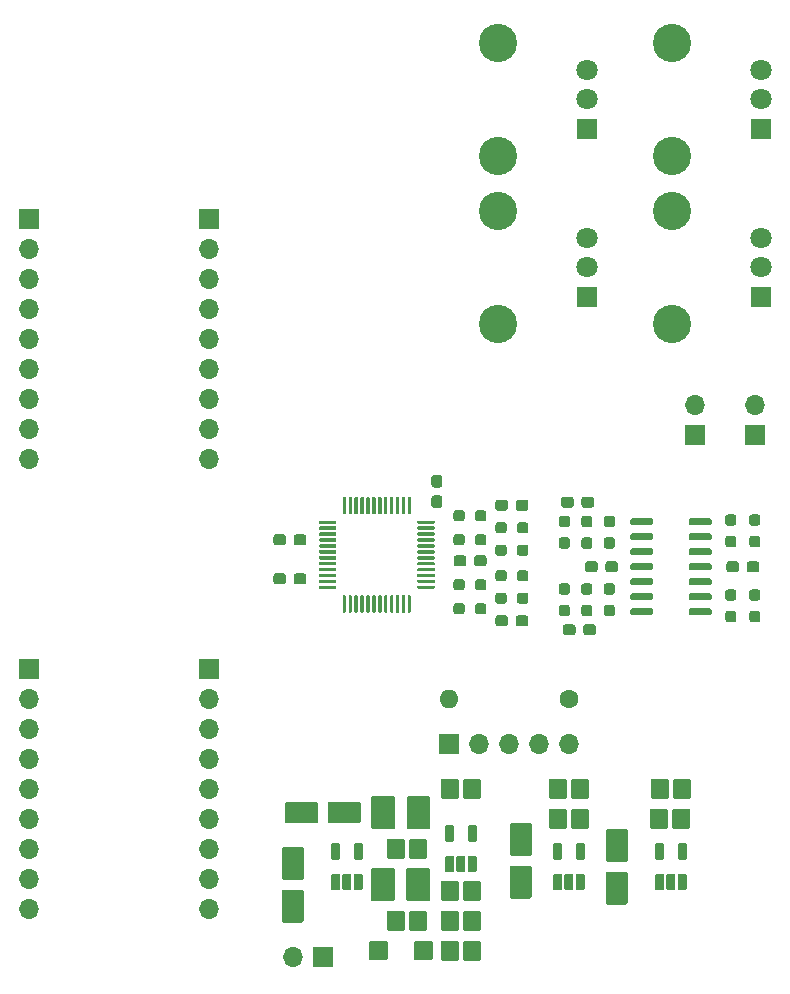
<source format=gbr>
G04 #@! TF.GenerationSoftware,KiCad,Pcbnew,5.1.7*
G04 #@! TF.CreationDate,2020-11-09T12:46:37+01:00*
G04 #@! TF.ProjectId,signal_generator,7369676e-616c-45f6-9765-6e657261746f,rev?*
G04 #@! TF.SameCoordinates,Original*
G04 #@! TF.FileFunction,Soldermask,Top*
G04 #@! TF.FilePolarity,Negative*
%FSLAX46Y46*%
G04 Gerber Fmt 4.6, Leading zero omitted, Abs format (unit mm)*
G04 Created by KiCad (PCBNEW 5.1.7) date 2020-11-09 12:46:37*
%MOMM*%
%LPD*%
G01*
G04 APERTURE LIST*
%ADD10O,1.600000X1.600000*%
%ADD11C,1.600000*%
%ADD12O,1.700000X1.700000*%
%ADD13R,1.700000X1.700000*%
%ADD14C,3.240000*%
%ADD15C,1.800000*%
%ADD16R,1.800000X1.800000*%
G04 APERTURE END LIST*
D10*
X230632000Y-113284000D03*
D11*
X240792000Y-113284000D03*
G36*
G01*
X254270500Y-99485000D02*
X254745500Y-99485000D01*
G75*
G02*
X254983000Y-99722500I0J-237500D01*
G01*
X254983000Y-100222500D01*
G75*
G02*
X254745500Y-100460000I-237500J0D01*
G01*
X254270500Y-100460000D01*
G75*
G02*
X254033000Y-100222500I0J237500D01*
G01*
X254033000Y-99722500D01*
G75*
G02*
X254270500Y-99485000I237500J0D01*
G01*
G37*
G36*
G01*
X254270500Y-97660000D02*
X254745500Y-97660000D01*
G75*
G02*
X254983000Y-97897500I0J-237500D01*
G01*
X254983000Y-98397500D01*
G75*
G02*
X254745500Y-98635000I-237500J0D01*
G01*
X254270500Y-98635000D01*
G75*
G02*
X254033000Y-98397500I0J237500D01*
G01*
X254033000Y-97897500D01*
G75*
G02*
X254270500Y-97660000I237500J0D01*
G01*
G37*
G36*
G01*
X254745500Y-104985000D02*
X254270500Y-104985000D01*
G75*
G02*
X254033000Y-104747500I0J237500D01*
G01*
X254033000Y-104247500D01*
G75*
G02*
X254270500Y-104010000I237500J0D01*
G01*
X254745500Y-104010000D01*
G75*
G02*
X254983000Y-104247500I0J-237500D01*
G01*
X254983000Y-104747500D01*
G75*
G02*
X254745500Y-104985000I-237500J0D01*
G01*
G37*
G36*
G01*
X254745500Y-106810000D02*
X254270500Y-106810000D01*
G75*
G02*
X254033000Y-106572500I0J237500D01*
G01*
X254033000Y-106072500D01*
G75*
G02*
X254270500Y-105835000I237500J0D01*
G01*
X254745500Y-105835000D01*
G75*
G02*
X254983000Y-106072500I0J-237500D01*
G01*
X254983000Y-106572500D01*
G75*
G02*
X254745500Y-106810000I-237500J0D01*
G01*
G37*
G36*
G01*
X244458500Y-104477000D02*
X243983500Y-104477000D01*
G75*
G02*
X243746000Y-104239500I0J237500D01*
G01*
X243746000Y-103739500D01*
G75*
G02*
X243983500Y-103502000I237500J0D01*
G01*
X244458500Y-103502000D01*
G75*
G02*
X244696000Y-103739500I0J-237500D01*
G01*
X244696000Y-104239500D01*
G75*
G02*
X244458500Y-104477000I-237500J0D01*
G01*
G37*
G36*
G01*
X244458500Y-106302000D02*
X243983500Y-106302000D01*
G75*
G02*
X243746000Y-106064500I0J237500D01*
G01*
X243746000Y-105564500D01*
G75*
G02*
X243983500Y-105327000I237500J0D01*
G01*
X244458500Y-105327000D01*
G75*
G02*
X244696000Y-105564500I0J-237500D01*
G01*
X244696000Y-106064500D01*
G75*
G02*
X244458500Y-106302000I-237500J0D01*
G01*
G37*
G36*
G01*
X243983500Y-99612000D02*
X244458500Y-99612000D01*
G75*
G02*
X244696000Y-99849500I0J-237500D01*
G01*
X244696000Y-100349500D01*
G75*
G02*
X244458500Y-100587000I-237500J0D01*
G01*
X243983500Y-100587000D01*
G75*
G02*
X243746000Y-100349500I0J237500D01*
G01*
X243746000Y-99849500D01*
G75*
G02*
X243983500Y-99612000I237500J0D01*
G01*
G37*
G36*
G01*
X243983500Y-97787000D02*
X244458500Y-97787000D01*
G75*
G02*
X244696000Y-98024500I0J-237500D01*
G01*
X244696000Y-98524500D01*
G75*
G02*
X244458500Y-98762000I-237500J0D01*
G01*
X243983500Y-98762000D01*
G75*
G02*
X243746000Y-98524500I0J237500D01*
G01*
X243746000Y-98024500D01*
G75*
G02*
X243983500Y-97787000I237500J0D01*
G01*
G37*
G36*
G01*
X256777500Y-98635000D02*
X256302500Y-98635000D01*
G75*
G02*
X256065000Y-98397500I0J237500D01*
G01*
X256065000Y-97897500D01*
G75*
G02*
X256302500Y-97660000I237500J0D01*
G01*
X256777500Y-97660000D01*
G75*
G02*
X257015000Y-97897500I0J-237500D01*
G01*
X257015000Y-98397500D01*
G75*
G02*
X256777500Y-98635000I-237500J0D01*
G01*
G37*
G36*
G01*
X256777500Y-100460000D02*
X256302500Y-100460000D01*
G75*
G02*
X256065000Y-100222500I0J237500D01*
G01*
X256065000Y-99722500D01*
G75*
G02*
X256302500Y-99485000I237500J0D01*
G01*
X256777500Y-99485000D01*
G75*
G02*
X257015000Y-99722500I0J-237500D01*
G01*
X257015000Y-100222500D01*
G75*
G02*
X256777500Y-100460000I-237500J0D01*
G01*
G37*
G36*
G01*
X256302500Y-105835000D02*
X256777500Y-105835000D01*
G75*
G02*
X257015000Y-106072500I0J-237500D01*
G01*
X257015000Y-106572500D01*
G75*
G02*
X256777500Y-106810000I-237500J0D01*
G01*
X256302500Y-106810000D01*
G75*
G02*
X256065000Y-106572500I0J237500D01*
G01*
X256065000Y-106072500D01*
G75*
G02*
X256302500Y-105835000I237500J0D01*
G01*
G37*
G36*
G01*
X256302500Y-104010000D02*
X256777500Y-104010000D01*
G75*
G02*
X257015000Y-104247500I0J-237500D01*
G01*
X257015000Y-104747500D01*
G75*
G02*
X256777500Y-104985000I-237500J0D01*
G01*
X256302500Y-104985000D01*
G75*
G02*
X256065000Y-104747500I0J237500D01*
G01*
X256065000Y-104247500D01*
G75*
G02*
X256302500Y-104010000I237500J0D01*
G01*
G37*
G36*
G01*
X240173500Y-105327000D02*
X240648500Y-105327000D01*
G75*
G02*
X240886000Y-105564500I0J-237500D01*
G01*
X240886000Y-106064500D01*
G75*
G02*
X240648500Y-106302000I-237500J0D01*
G01*
X240173500Y-106302000D01*
G75*
G02*
X239936000Y-106064500I0J237500D01*
G01*
X239936000Y-105564500D01*
G75*
G02*
X240173500Y-105327000I237500J0D01*
G01*
G37*
G36*
G01*
X240173500Y-103502000D02*
X240648500Y-103502000D01*
G75*
G02*
X240886000Y-103739500I0J-237500D01*
G01*
X240886000Y-104239500D01*
G75*
G02*
X240648500Y-104477000I-237500J0D01*
G01*
X240173500Y-104477000D01*
G75*
G02*
X239936000Y-104239500I0J237500D01*
G01*
X239936000Y-103739500D01*
G75*
G02*
X240173500Y-103502000I237500J0D01*
G01*
G37*
G36*
G01*
X242078500Y-105327000D02*
X242553500Y-105327000D01*
G75*
G02*
X242791000Y-105564500I0J-237500D01*
G01*
X242791000Y-106064500D01*
G75*
G02*
X242553500Y-106302000I-237500J0D01*
G01*
X242078500Y-106302000D01*
G75*
G02*
X241841000Y-106064500I0J237500D01*
G01*
X241841000Y-105564500D01*
G75*
G02*
X242078500Y-105327000I237500J0D01*
G01*
G37*
G36*
G01*
X242078500Y-103502000D02*
X242553500Y-103502000D01*
G75*
G02*
X242791000Y-103739500I0J-237500D01*
G01*
X242791000Y-104239500D01*
G75*
G02*
X242553500Y-104477000I-237500J0D01*
G01*
X242078500Y-104477000D01*
G75*
G02*
X241841000Y-104239500I0J237500D01*
G01*
X241841000Y-103739500D01*
G75*
G02*
X242078500Y-103502000I237500J0D01*
G01*
G37*
G36*
G01*
X240648500Y-98762000D02*
X240173500Y-98762000D01*
G75*
G02*
X239936000Y-98524500I0J237500D01*
G01*
X239936000Y-98024500D01*
G75*
G02*
X240173500Y-97787000I237500J0D01*
G01*
X240648500Y-97787000D01*
G75*
G02*
X240886000Y-98024500I0J-237500D01*
G01*
X240886000Y-98524500D01*
G75*
G02*
X240648500Y-98762000I-237500J0D01*
G01*
G37*
G36*
G01*
X240648500Y-100587000D02*
X240173500Y-100587000D01*
G75*
G02*
X239936000Y-100349500I0J237500D01*
G01*
X239936000Y-99849500D01*
G75*
G02*
X240173500Y-99612000I237500J0D01*
G01*
X240648500Y-99612000D01*
G75*
G02*
X240886000Y-99849500I0J-237500D01*
G01*
X240886000Y-100349500D01*
G75*
G02*
X240648500Y-100587000I-237500J0D01*
G01*
G37*
G36*
G01*
X242553500Y-98762000D02*
X242078500Y-98762000D01*
G75*
G02*
X241841000Y-98524500I0J237500D01*
G01*
X241841000Y-98024500D01*
G75*
G02*
X242078500Y-97787000I237500J0D01*
G01*
X242553500Y-97787000D01*
G75*
G02*
X242791000Y-98024500I0J-237500D01*
G01*
X242791000Y-98524500D01*
G75*
G02*
X242553500Y-98762000I-237500J0D01*
G01*
G37*
G36*
G01*
X242553500Y-100587000D02*
X242078500Y-100587000D01*
G75*
G02*
X241841000Y-100349500I0J237500D01*
G01*
X241841000Y-99849500D01*
G75*
G02*
X242078500Y-99612000I237500J0D01*
G01*
X242553500Y-99612000D01*
G75*
G02*
X242791000Y-99849500I0J-237500D01*
G01*
X242791000Y-100349500D01*
G75*
G02*
X242553500Y-100587000I-237500J0D01*
G01*
G37*
G36*
G01*
X232835000Y-105901500D02*
X232835000Y-105426500D01*
G75*
G02*
X233072500Y-105189000I237500J0D01*
G01*
X233572500Y-105189000D01*
G75*
G02*
X233810000Y-105426500I0J-237500D01*
G01*
X233810000Y-105901500D01*
G75*
G02*
X233572500Y-106139000I-237500J0D01*
G01*
X233072500Y-106139000D01*
G75*
G02*
X232835000Y-105901500I0J237500D01*
G01*
G37*
G36*
G01*
X231010000Y-105901500D02*
X231010000Y-105426500D01*
G75*
G02*
X231247500Y-105189000I237500J0D01*
G01*
X231747500Y-105189000D01*
G75*
G02*
X231985000Y-105426500I0J-237500D01*
G01*
X231985000Y-105901500D01*
G75*
G02*
X231747500Y-106139000I-237500J0D01*
G01*
X231247500Y-106139000D01*
G75*
G02*
X231010000Y-105901500I0J237500D01*
G01*
G37*
G36*
G01*
X232835000Y-98027500D02*
X232835000Y-97552500D01*
G75*
G02*
X233072500Y-97315000I237500J0D01*
G01*
X233572500Y-97315000D01*
G75*
G02*
X233810000Y-97552500I0J-237500D01*
G01*
X233810000Y-98027500D01*
G75*
G02*
X233572500Y-98265000I-237500J0D01*
G01*
X233072500Y-98265000D01*
G75*
G02*
X232835000Y-98027500I0J237500D01*
G01*
G37*
G36*
G01*
X231010000Y-98027500D02*
X231010000Y-97552500D01*
G75*
G02*
X231247500Y-97315000I237500J0D01*
G01*
X231747500Y-97315000D01*
G75*
G02*
X231985000Y-97552500I0J-237500D01*
G01*
X231985000Y-98027500D01*
G75*
G02*
X231747500Y-98265000I-237500J0D01*
G01*
X231247500Y-98265000D01*
G75*
G02*
X231010000Y-98027500I0J237500D01*
G01*
G37*
G36*
G01*
X232835000Y-103869500D02*
X232835000Y-103394500D01*
G75*
G02*
X233072500Y-103157000I237500J0D01*
G01*
X233572500Y-103157000D01*
G75*
G02*
X233810000Y-103394500I0J-237500D01*
G01*
X233810000Y-103869500D01*
G75*
G02*
X233572500Y-104107000I-237500J0D01*
G01*
X233072500Y-104107000D01*
G75*
G02*
X232835000Y-103869500I0J237500D01*
G01*
G37*
G36*
G01*
X231010000Y-103869500D02*
X231010000Y-103394500D01*
G75*
G02*
X231247500Y-103157000I237500J0D01*
G01*
X231747500Y-103157000D01*
G75*
G02*
X231985000Y-103394500I0J-237500D01*
G01*
X231985000Y-103869500D01*
G75*
G02*
X231747500Y-104107000I-237500J0D01*
G01*
X231247500Y-104107000D01*
G75*
G02*
X231010000Y-103869500I0J237500D01*
G01*
G37*
G36*
G01*
X232835000Y-100059500D02*
X232835000Y-99584500D01*
G75*
G02*
X233072500Y-99347000I237500J0D01*
G01*
X233572500Y-99347000D01*
G75*
G02*
X233810000Y-99584500I0J-237500D01*
G01*
X233810000Y-100059500D01*
G75*
G02*
X233572500Y-100297000I-237500J0D01*
G01*
X233072500Y-100297000D01*
G75*
G02*
X232835000Y-100059500I0J237500D01*
G01*
G37*
G36*
G01*
X231010000Y-100059500D02*
X231010000Y-99584500D01*
G75*
G02*
X231247500Y-99347000I237500J0D01*
G01*
X231747500Y-99347000D01*
G75*
G02*
X231985000Y-99584500I0J-237500D01*
G01*
X231985000Y-100059500D01*
G75*
G02*
X231747500Y-100297000I-237500J0D01*
G01*
X231247500Y-100297000D01*
G75*
G02*
X231010000Y-100059500I0J237500D01*
G01*
G37*
G36*
G01*
X236391000Y-100948500D02*
X236391000Y-100473500D01*
G75*
G02*
X236628500Y-100236000I237500J0D01*
G01*
X237128500Y-100236000D01*
G75*
G02*
X237366000Y-100473500I0J-237500D01*
G01*
X237366000Y-100948500D01*
G75*
G02*
X237128500Y-101186000I-237500J0D01*
G01*
X236628500Y-101186000D01*
G75*
G02*
X236391000Y-100948500I0J237500D01*
G01*
G37*
G36*
G01*
X234566000Y-100948500D02*
X234566000Y-100473500D01*
G75*
G02*
X234803500Y-100236000I237500J0D01*
G01*
X235303500Y-100236000D01*
G75*
G02*
X235541000Y-100473500I0J-237500D01*
G01*
X235541000Y-100948500D01*
G75*
G02*
X235303500Y-101186000I-237500J0D01*
G01*
X234803500Y-101186000D01*
G75*
G02*
X234566000Y-100948500I0J237500D01*
G01*
G37*
G36*
G01*
X236391000Y-103107500D02*
X236391000Y-102632500D01*
G75*
G02*
X236628500Y-102395000I237500J0D01*
G01*
X237128500Y-102395000D01*
G75*
G02*
X237366000Y-102632500I0J-237500D01*
G01*
X237366000Y-103107500D01*
G75*
G02*
X237128500Y-103345000I-237500J0D01*
G01*
X236628500Y-103345000D01*
G75*
G02*
X236391000Y-103107500I0J237500D01*
G01*
G37*
G36*
G01*
X234566000Y-103107500D02*
X234566000Y-102632500D01*
G75*
G02*
X234803500Y-102395000I237500J0D01*
G01*
X235303500Y-102395000D01*
G75*
G02*
X235541000Y-102632500I0J-237500D01*
G01*
X235541000Y-103107500D01*
G75*
G02*
X235303500Y-103345000I-237500J0D01*
G01*
X234803500Y-103345000D01*
G75*
G02*
X234566000Y-103107500I0J237500D01*
G01*
G37*
G36*
G01*
X235541000Y-98568500D02*
X235541000Y-99043500D01*
G75*
G02*
X235303500Y-99281000I-237500J0D01*
G01*
X234803500Y-99281000D01*
G75*
G02*
X234566000Y-99043500I0J237500D01*
G01*
X234566000Y-98568500D01*
G75*
G02*
X234803500Y-98331000I237500J0D01*
G01*
X235303500Y-98331000D01*
G75*
G02*
X235541000Y-98568500I0J-237500D01*
G01*
G37*
G36*
G01*
X237366000Y-98568500D02*
X237366000Y-99043500D01*
G75*
G02*
X237128500Y-99281000I-237500J0D01*
G01*
X236628500Y-99281000D01*
G75*
G02*
X236391000Y-99043500I0J237500D01*
G01*
X236391000Y-98568500D01*
G75*
G02*
X236628500Y-98331000I237500J0D01*
G01*
X237128500Y-98331000D01*
G75*
G02*
X237366000Y-98568500I0J-237500D01*
G01*
G37*
G36*
G01*
X235541000Y-104537500D02*
X235541000Y-105012500D01*
G75*
G02*
X235303500Y-105250000I-237500J0D01*
G01*
X234803500Y-105250000D01*
G75*
G02*
X234566000Y-105012500I0J237500D01*
G01*
X234566000Y-104537500D01*
G75*
G02*
X234803500Y-104300000I237500J0D01*
G01*
X235303500Y-104300000D01*
G75*
G02*
X235541000Y-104537500I0J-237500D01*
G01*
G37*
G36*
G01*
X237366000Y-104537500D02*
X237366000Y-105012500D01*
G75*
G02*
X237128500Y-105250000I-237500J0D01*
G01*
X236628500Y-105250000D01*
G75*
G02*
X236391000Y-105012500I0J237500D01*
G01*
X236391000Y-104537500D01*
G75*
G02*
X236628500Y-104300000I237500J0D01*
G01*
X237128500Y-104300000D01*
G75*
G02*
X237366000Y-104537500I0J-237500D01*
G01*
G37*
G36*
G01*
X243235500Y-101870500D02*
X243235500Y-102345500D01*
G75*
G02*
X242998000Y-102583000I-237500J0D01*
G01*
X242398000Y-102583000D01*
G75*
G02*
X242160500Y-102345500I0J237500D01*
G01*
X242160500Y-101870500D01*
G75*
G02*
X242398000Y-101633000I237500J0D01*
G01*
X242998000Y-101633000D01*
G75*
G02*
X243235500Y-101870500I0J-237500D01*
G01*
G37*
G36*
G01*
X244960500Y-101870500D02*
X244960500Y-102345500D01*
G75*
G02*
X244723000Y-102583000I-237500J0D01*
G01*
X244123000Y-102583000D01*
G75*
G02*
X243885500Y-102345500I0J237500D01*
G01*
X243885500Y-101870500D01*
G75*
G02*
X244123000Y-101633000I237500J0D01*
G01*
X244723000Y-101633000D01*
G75*
G02*
X244960500Y-101870500I0J-237500D01*
G01*
G37*
G36*
G01*
X216845000Y-102886500D02*
X216845000Y-103361500D01*
G75*
G02*
X216607500Y-103599000I-237500J0D01*
G01*
X216007500Y-103599000D01*
G75*
G02*
X215770000Y-103361500I0J237500D01*
G01*
X215770000Y-102886500D01*
G75*
G02*
X216007500Y-102649000I237500J0D01*
G01*
X216607500Y-102649000D01*
G75*
G02*
X216845000Y-102886500I0J-237500D01*
G01*
G37*
G36*
G01*
X218570000Y-102886500D02*
X218570000Y-103361500D01*
G75*
G02*
X218332500Y-103599000I-237500J0D01*
G01*
X217732500Y-103599000D01*
G75*
G02*
X217495000Y-103361500I0J237500D01*
G01*
X217495000Y-102886500D01*
G75*
G02*
X217732500Y-102649000I237500J0D01*
G01*
X218332500Y-102649000D01*
G75*
G02*
X218570000Y-102886500I0J-237500D01*
G01*
G37*
G36*
G01*
X216845000Y-99584500D02*
X216845000Y-100059500D01*
G75*
G02*
X216607500Y-100297000I-237500J0D01*
G01*
X216007500Y-100297000D01*
G75*
G02*
X215770000Y-100059500I0J237500D01*
G01*
X215770000Y-99584500D01*
G75*
G02*
X216007500Y-99347000I237500J0D01*
G01*
X216607500Y-99347000D01*
G75*
G02*
X216845000Y-99584500I0J-237500D01*
G01*
G37*
G36*
G01*
X218570000Y-99584500D02*
X218570000Y-100059500D01*
G75*
G02*
X218332500Y-100297000I-237500J0D01*
G01*
X217732500Y-100297000D01*
G75*
G02*
X217495000Y-100059500I0J237500D01*
G01*
X217495000Y-99584500D01*
G75*
G02*
X217732500Y-99347000I237500J0D01*
G01*
X218332500Y-99347000D01*
G75*
G02*
X218570000Y-99584500I0J-237500D01*
G01*
G37*
G36*
G01*
X255199000Y-101870500D02*
X255199000Y-102345500D01*
G75*
G02*
X254961500Y-102583000I-237500J0D01*
G01*
X254361500Y-102583000D01*
G75*
G02*
X254124000Y-102345500I0J237500D01*
G01*
X254124000Y-101870500D01*
G75*
G02*
X254361500Y-101633000I237500J0D01*
G01*
X254961500Y-101633000D01*
G75*
G02*
X255199000Y-101870500I0J-237500D01*
G01*
G37*
G36*
G01*
X256924000Y-101870500D02*
X256924000Y-102345500D01*
G75*
G02*
X256686500Y-102583000I-237500J0D01*
G01*
X256086500Y-102583000D01*
G75*
G02*
X255849000Y-102345500I0J237500D01*
G01*
X255849000Y-101870500D01*
G75*
G02*
X256086500Y-101633000I237500J0D01*
G01*
X256686500Y-101633000D01*
G75*
G02*
X256924000Y-101870500I0J-237500D01*
G01*
G37*
G36*
G01*
X229853500Y-95407500D02*
X229378500Y-95407500D01*
G75*
G02*
X229141000Y-95170000I0J237500D01*
G01*
X229141000Y-94570000D01*
G75*
G02*
X229378500Y-94332500I237500J0D01*
G01*
X229853500Y-94332500D01*
G75*
G02*
X230091000Y-94570000I0J-237500D01*
G01*
X230091000Y-95170000D01*
G75*
G02*
X229853500Y-95407500I-237500J0D01*
G01*
G37*
G36*
G01*
X229853500Y-97132500D02*
X229378500Y-97132500D01*
G75*
G02*
X229141000Y-96895000I0J237500D01*
G01*
X229141000Y-96295000D01*
G75*
G02*
X229378500Y-96057500I237500J0D01*
G01*
X229853500Y-96057500D01*
G75*
G02*
X230091000Y-96295000I0J-237500D01*
G01*
X230091000Y-96895000D01*
G75*
G02*
X229853500Y-97132500I-237500J0D01*
G01*
G37*
G36*
G01*
X242006000Y-107679500D02*
X242006000Y-107204500D01*
G75*
G02*
X242243500Y-106967000I237500J0D01*
G01*
X242843500Y-106967000D01*
G75*
G02*
X243081000Y-107204500I0J-237500D01*
G01*
X243081000Y-107679500D01*
G75*
G02*
X242843500Y-107917000I-237500J0D01*
G01*
X242243500Y-107917000D01*
G75*
G02*
X242006000Y-107679500I0J237500D01*
G01*
G37*
G36*
G01*
X240281000Y-107679500D02*
X240281000Y-107204500D01*
G75*
G02*
X240518500Y-106967000I237500J0D01*
G01*
X241118500Y-106967000D01*
G75*
G02*
X241356000Y-107204500I0J-237500D01*
G01*
X241356000Y-107679500D01*
G75*
G02*
X241118500Y-107917000I-237500J0D01*
G01*
X240518500Y-107917000D01*
G75*
G02*
X240281000Y-107679500I0J237500D01*
G01*
G37*
G36*
G01*
X241853500Y-96884500D02*
X241853500Y-96409500D01*
G75*
G02*
X242091000Y-96172000I237500J0D01*
G01*
X242691000Y-96172000D01*
G75*
G02*
X242928500Y-96409500I0J-237500D01*
G01*
X242928500Y-96884500D01*
G75*
G02*
X242691000Y-97122000I-237500J0D01*
G01*
X242091000Y-97122000D01*
G75*
G02*
X241853500Y-96884500I0J237500D01*
G01*
G37*
G36*
G01*
X240128500Y-96884500D02*
X240128500Y-96409500D01*
G75*
G02*
X240366000Y-96172000I237500J0D01*
G01*
X240966000Y-96172000D01*
G75*
G02*
X241203500Y-96409500I0J-237500D01*
G01*
X241203500Y-96884500D01*
G75*
G02*
X240966000Y-97122000I-237500J0D01*
G01*
X240366000Y-97122000D01*
G75*
G02*
X240128500Y-96884500I0J237500D01*
G01*
G37*
G36*
G01*
X232760500Y-101837500D02*
X232760500Y-101362500D01*
G75*
G02*
X232998000Y-101125000I237500J0D01*
G01*
X233598000Y-101125000D01*
G75*
G02*
X233835500Y-101362500I0J-237500D01*
G01*
X233835500Y-101837500D01*
G75*
G02*
X233598000Y-102075000I-237500J0D01*
G01*
X232998000Y-102075000D01*
G75*
G02*
X232760500Y-101837500I0J237500D01*
G01*
G37*
G36*
G01*
X231035500Y-101837500D02*
X231035500Y-101362500D01*
G75*
G02*
X231273000Y-101125000I237500J0D01*
G01*
X231873000Y-101125000D01*
G75*
G02*
X232110500Y-101362500I0J-237500D01*
G01*
X232110500Y-101837500D01*
G75*
G02*
X231873000Y-102075000I-237500J0D01*
G01*
X231273000Y-102075000D01*
G75*
G02*
X231035500Y-101837500I0J237500D01*
G01*
G37*
G36*
G01*
X236291000Y-97138500D02*
X236291000Y-96663500D01*
G75*
G02*
X236528500Y-96426000I237500J0D01*
G01*
X237128500Y-96426000D01*
G75*
G02*
X237366000Y-96663500I0J-237500D01*
G01*
X237366000Y-97138500D01*
G75*
G02*
X237128500Y-97376000I-237500J0D01*
G01*
X236528500Y-97376000D01*
G75*
G02*
X236291000Y-97138500I0J237500D01*
G01*
G37*
G36*
G01*
X234566000Y-97138500D02*
X234566000Y-96663500D01*
G75*
G02*
X234803500Y-96426000I237500J0D01*
G01*
X235403500Y-96426000D01*
G75*
G02*
X235641000Y-96663500I0J-237500D01*
G01*
X235641000Y-97138500D01*
G75*
G02*
X235403500Y-97376000I-237500J0D01*
G01*
X234803500Y-97376000D01*
G75*
G02*
X234566000Y-97138500I0J237500D01*
G01*
G37*
G36*
G01*
X236291000Y-106917500D02*
X236291000Y-106442500D01*
G75*
G02*
X236528500Y-106205000I237500J0D01*
G01*
X237128500Y-106205000D01*
G75*
G02*
X237366000Y-106442500I0J-237500D01*
G01*
X237366000Y-106917500D01*
G75*
G02*
X237128500Y-107155000I-237500J0D01*
G01*
X236528500Y-107155000D01*
G75*
G02*
X236291000Y-106917500I0J237500D01*
G01*
G37*
G36*
G01*
X234566000Y-106917500D02*
X234566000Y-106442500D01*
G75*
G02*
X234803500Y-106205000I237500J0D01*
G01*
X235403500Y-106205000D01*
G75*
G02*
X235641000Y-106442500I0J-237500D01*
G01*
X235641000Y-106917500D01*
G75*
G02*
X235403500Y-107155000I-237500J0D01*
G01*
X234803500Y-107155000D01*
G75*
G02*
X234566000Y-106917500I0J237500D01*
G01*
G37*
G36*
G01*
X224144000Y-127630400D02*
X225944000Y-127630400D01*
G75*
G02*
X226045600Y-127732000I0J-101600D01*
G01*
X226045600Y-130332000D01*
G75*
G02*
X225944000Y-130433600I-101600J0D01*
G01*
X224144000Y-130433600D01*
G75*
G02*
X224042400Y-130332000I0J101600D01*
G01*
X224042400Y-127732000D01*
G75*
G02*
X224144000Y-127630400I101600J0D01*
G01*
G37*
G36*
G01*
X227144000Y-127630400D02*
X228944000Y-127630400D01*
G75*
G02*
X229045600Y-127732000I0J-101600D01*
G01*
X229045600Y-130332000D01*
G75*
G02*
X228944000Y-130433600I-101600J0D01*
G01*
X227144000Y-130433600D01*
G75*
G02*
X227042400Y-130332000I0J101600D01*
G01*
X227042400Y-127732000D01*
G75*
G02*
X227144000Y-127630400I101600J0D01*
G01*
G37*
G36*
G01*
X228968000Y-124337600D02*
X227168000Y-124337600D01*
G75*
G02*
X227066400Y-124236000I0J101600D01*
G01*
X227066400Y-121636000D01*
G75*
G02*
X227168000Y-121534400I101600J0D01*
G01*
X228968000Y-121534400D01*
G75*
G02*
X229069600Y-121636000I0J-101600D01*
G01*
X229069600Y-124236000D01*
G75*
G02*
X228968000Y-124337600I-101600J0D01*
G01*
G37*
G36*
G01*
X225968000Y-124337600D02*
X224168000Y-124337600D01*
G75*
G02*
X224066400Y-124236000I0J101600D01*
G01*
X224066400Y-121636000D01*
G75*
G02*
X224168000Y-121534400I101600J0D01*
G01*
X225968000Y-121534400D01*
G75*
G02*
X226069600Y-121636000I0J-101600D01*
G01*
X226069600Y-124236000D01*
G75*
G02*
X225968000Y-124337600I-101600J0D01*
G01*
G37*
G36*
G01*
X250928000Y-98448000D02*
X250928000Y-98148000D01*
G75*
G02*
X251078000Y-97998000I150000J0D01*
G01*
X252728000Y-97998000D01*
G75*
G02*
X252878000Y-98148000I0J-150000D01*
G01*
X252878000Y-98448000D01*
G75*
G02*
X252728000Y-98598000I-150000J0D01*
G01*
X251078000Y-98598000D01*
G75*
G02*
X250928000Y-98448000I0J150000D01*
G01*
G37*
G36*
G01*
X250928000Y-99718000D02*
X250928000Y-99418000D01*
G75*
G02*
X251078000Y-99268000I150000J0D01*
G01*
X252728000Y-99268000D01*
G75*
G02*
X252878000Y-99418000I0J-150000D01*
G01*
X252878000Y-99718000D01*
G75*
G02*
X252728000Y-99868000I-150000J0D01*
G01*
X251078000Y-99868000D01*
G75*
G02*
X250928000Y-99718000I0J150000D01*
G01*
G37*
G36*
G01*
X250928000Y-100988000D02*
X250928000Y-100688000D01*
G75*
G02*
X251078000Y-100538000I150000J0D01*
G01*
X252728000Y-100538000D01*
G75*
G02*
X252878000Y-100688000I0J-150000D01*
G01*
X252878000Y-100988000D01*
G75*
G02*
X252728000Y-101138000I-150000J0D01*
G01*
X251078000Y-101138000D01*
G75*
G02*
X250928000Y-100988000I0J150000D01*
G01*
G37*
G36*
G01*
X250928000Y-102258000D02*
X250928000Y-101958000D01*
G75*
G02*
X251078000Y-101808000I150000J0D01*
G01*
X252728000Y-101808000D01*
G75*
G02*
X252878000Y-101958000I0J-150000D01*
G01*
X252878000Y-102258000D01*
G75*
G02*
X252728000Y-102408000I-150000J0D01*
G01*
X251078000Y-102408000D01*
G75*
G02*
X250928000Y-102258000I0J150000D01*
G01*
G37*
G36*
G01*
X250928000Y-103528000D02*
X250928000Y-103228000D01*
G75*
G02*
X251078000Y-103078000I150000J0D01*
G01*
X252728000Y-103078000D01*
G75*
G02*
X252878000Y-103228000I0J-150000D01*
G01*
X252878000Y-103528000D01*
G75*
G02*
X252728000Y-103678000I-150000J0D01*
G01*
X251078000Y-103678000D01*
G75*
G02*
X250928000Y-103528000I0J150000D01*
G01*
G37*
G36*
G01*
X250928000Y-104798000D02*
X250928000Y-104498000D01*
G75*
G02*
X251078000Y-104348000I150000J0D01*
G01*
X252728000Y-104348000D01*
G75*
G02*
X252878000Y-104498000I0J-150000D01*
G01*
X252878000Y-104798000D01*
G75*
G02*
X252728000Y-104948000I-150000J0D01*
G01*
X251078000Y-104948000D01*
G75*
G02*
X250928000Y-104798000I0J150000D01*
G01*
G37*
G36*
G01*
X250928000Y-106068000D02*
X250928000Y-105768000D01*
G75*
G02*
X251078000Y-105618000I150000J0D01*
G01*
X252728000Y-105618000D01*
G75*
G02*
X252878000Y-105768000I0J-150000D01*
G01*
X252878000Y-106068000D01*
G75*
G02*
X252728000Y-106218000I-150000J0D01*
G01*
X251078000Y-106218000D01*
G75*
G02*
X250928000Y-106068000I0J150000D01*
G01*
G37*
G36*
G01*
X245978000Y-106068000D02*
X245978000Y-105768000D01*
G75*
G02*
X246128000Y-105618000I150000J0D01*
G01*
X247778000Y-105618000D01*
G75*
G02*
X247928000Y-105768000I0J-150000D01*
G01*
X247928000Y-106068000D01*
G75*
G02*
X247778000Y-106218000I-150000J0D01*
G01*
X246128000Y-106218000D01*
G75*
G02*
X245978000Y-106068000I0J150000D01*
G01*
G37*
G36*
G01*
X245978000Y-104798000D02*
X245978000Y-104498000D01*
G75*
G02*
X246128000Y-104348000I150000J0D01*
G01*
X247778000Y-104348000D01*
G75*
G02*
X247928000Y-104498000I0J-150000D01*
G01*
X247928000Y-104798000D01*
G75*
G02*
X247778000Y-104948000I-150000J0D01*
G01*
X246128000Y-104948000D01*
G75*
G02*
X245978000Y-104798000I0J150000D01*
G01*
G37*
G36*
G01*
X245978000Y-103528000D02*
X245978000Y-103228000D01*
G75*
G02*
X246128000Y-103078000I150000J0D01*
G01*
X247778000Y-103078000D01*
G75*
G02*
X247928000Y-103228000I0J-150000D01*
G01*
X247928000Y-103528000D01*
G75*
G02*
X247778000Y-103678000I-150000J0D01*
G01*
X246128000Y-103678000D01*
G75*
G02*
X245978000Y-103528000I0J150000D01*
G01*
G37*
G36*
G01*
X245978000Y-102258000D02*
X245978000Y-101958000D01*
G75*
G02*
X246128000Y-101808000I150000J0D01*
G01*
X247778000Y-101808000D01*
G75*
G02*
X247928000Y-101958000I0J-150000D01*
G01*
X247928000Y-102258000D01*
G75*
G02*
X247778000Y-102408000I-150000J0D01*
G01*
X246128000Y-102408000D01*
G75*
G02*
X245978000Y-102258000I0J150000D01*
G01*
G37*
G36*
G01*
X245978000Y-100988000D02*
X245978000Y-100688000D01*
G75*
G02*
X246128000Y-100538000I150000J0D01*
G01*
X247778000Y-100538000D01*
G75*
G02*
X247928000Y-100688000I0J-150000D01*
G01*
X247928000Y-100988000D01*
G75*
G02*
X247778000Y-101138000I-150000J0D01*
G01*
X246128000Y-101138000D01*
G75*
G02*
X245978000Y-100988000I0J150000D01*
G01*
G37*
G36*
G01*
X245978000Y-99718000D02*
X245978000Y-99418000D01*
G75*
G02*
X246128000Y-99268000I150000J0D01*
G01*
X247778000Y-99268000D01*
G75*
G02*
X247928000Y-99418000I0J-150000D01*
G01*
X247928000Y-99718000D01*
G75*
G02*
X247778000Y-99868000I-150000J0D01*
G01*
X246128000Y-99868000D01*
G75*
G02*
X245978000Y-99718000I0J150000D01*
G01*
G37*
G36*
G01*
X245978000Y-98448000D02*
X245978000Y-98148000D01*
G75*
G02*
X246128000Y-97998000I150000J0D01*
G01*
X247778000Y-97998000D01*
G75*
G02*
X247928000Y-98148000I0J-150000D01*
G01*
X247928000Y-98448000D01*
G75*
G02*
X247778000Y-98598000I-150000J0D01*
G01*
X246128000Y-98598000D01*
G75*
G02*
X245978000Y-98448000I0J150000D01*
G01*
G37*
G36*
G01*
X248101400Y-126808000D02*
X248101400Y-125608000D01*
G75*
G02*
X248203000Y-125506400I101600J0D01*
G01*
X248753000Y-125506400D01*
G75*
G02*
X248854600Y-125608000I0J-101600D01*
G01*
X248854600Y-126808000D01*
G75*
G02*
X248753000Y-126909600I-101600J0D01*
G01*
X248203000Y-126909600D01*
G75*
G02*
X248101400Y-126808000I0J101600D01*
G01*
G37*
G36*
G01*
X250001400Y-126808000D02*
X250001400Y-125608000D01*
G75*
G02*
X250103000Y-125506400I101600J0D01*
G01*
X250653000Y-125506400D01*
G75*
G02*
X250754600Y-125608000I0J-101600D01*
G01*
X250754600Y-126808000D01*
G75*
G02*
X250653000Y-126909600I-101600J0D01*
G01*
X250103000Y-126909600D01*
G75*
G02*
X250001400Y-126808000I0J101600D01*
G01*
G37*
G36*
G01*
X250001400Y-129408000D02*
X250001400Y-128208000D01*
G75*
G02*
X250103000Y-128106400I101600J0D01*
G01*
X250653000Y-128106400D01*
G75*
G02*
X250754600Y-128208000I0J-101600D01*
G01*
X250754600Y-129408000D01*
G75*
G02*
X250653000Y-129509600I-101600J0D01*
G01*
X250103000Y-129509600D01*
G75*
G02*
X250001400Y-129408000I0J101600D01*
G01*
G37*
G36*
G01*
X249051400Y-129408000D02*
X249051400Y-128208000D01*
G75*
G02*
X249153000Y-128106400I101600J0D01*
G01*
X249703000Y-128106400D01*
G75*
G02*
X249804600Y-128208000I0J-101600D01*
G01*
X249804600Y-129408000D01*
G75*
G02*
X249703000Y-129509600I-101600J0D01*
G01*
X249153000Y-129509600D01*
G75*
G02*
X249051400Y-129408000I0J101600D01*
G01*
G37*
G36*
G01*
X248101400Y-129408000D02*
X248101400Y-128208000D01*
G75*
G02*
X248203000Y-128106400I101600J0D01*
G01*
X248753000Y-128106400D01*
G75*
G02*
X248854600Y-128208000I0J-101600D01*
G01*
X248854600Y-129408000D01*
G75*
G02*
X248753000Y-129509600I-101600J0D01*
G01*
X248203000Y-129509600D01*
G75*
G02*
X248101400Y-129408000I0J101600D01*
G01*
G37*
G36*
G01*
X239465400Y-126808000D02*
X239465400Y-125608000D01*
G75*
G02*
X239567000Y-125506400I101600J0D01*
G01*
X240117000Y-125506400D01*
G75*
G02*
X240218600Y-125608000I0J-101600D01*
G01*
X240218600Y-126808000D01*
G75*
G02*
X240117000Y-126909600I-101600J0D01*
G01*
X239567000Y-126909600D01*
G75*
G02*
X239465400Y-126808000I0J101600D01*
G01*
G37*
G36*
G01*
X241365400Y-126808000D02*
X241365400Y-125608000D01*
G75*
G02*
X241467000Y-125506400I101600J0D01*
G01*
X242017000Y-125506400D01*
G75*
G02*
X242118600Y-125608000I0J-101600D01*
G01*
X242118600Y-126808000D01*
G75*
G02*
X242017000Y-126909600I-101600J0D01*
G01*
X241467000Y-126909600D01*
G75*
G02*
X241365400Y-126808000I0J101600D01*
G01*
G37*
G36*
G01*
X241365400Y-129408000D02*
X241365400Y-128208000D01*
G75*
G02*
X241467000Y-128106400I101600J0D01*
G01*
X242017000Y-128106400D01*
G75*
G02*
X242118600Y-128208000I0J-101600D01*
G01*
X242118600Y-129408000D01*
G75*
G02*
X242017000Y-129509600I-101600J0D01*
G01*
X241467000Y-129509600D01*
G75*
G02*
X241365400Y-129408000I0J101600D01*
G01*
G37*
G36*
G01*
X240415400Y-129408000D02*
X240415400Y-128208000D01*
G75*
G02*
X240517000Y-128106400I101600J0D01*
G01*
X241067000Y-128106400D01*
G75*
G02*
X241168600Y-128208000I0J-101600D01*
G01*
X241168600Y-129408000D01*
G75*
G02*
X241067000Y-129509600I-101600J0D01*
G01*
X240517000Y-129509600D01*
G75*
G02*
X240415400Y-129408000I0J101600D01*
G01*
G37*
G36*
G01*
X239465400Y-129408000D02*
X239465400Y-128208000D01*
G75*
G02*
X239567000Y-128106400I101600J0D01*
G01*
X240117000Y-128106400D01*
G75*
G02*
X240218600Y-128208000I0J-101600D01*
G01*
X240218600Y-129408000D01*
G75*
G02*
X240117000Y-129509600I-101600J0D01*
G01*
X239567000Y-129509600D01*
G75*
G02*
X239465400Y-129408000I0J101600D01*
G01*
G37*
G36*
G01*
X230321400Y-125284000D02*
X230321400Y-124084000D01*
G75*
G02*
X230423000Y-123982400I101600J0D01*
G01*
X230973000Y-123982400D01*
G75*
G02*
X231074600Y-124084000I0J-101600D01*
G01*
X231074600Y-125284000D01*
G75*
G02*
X230973000Y-125385600I-101600J0D01*
G01*
X230423000Y-125385600D01*
G75*
G02*
X230321400Y-125284000I0J101600D01*
G01*
G37*
G36*
G01*
X232221400Y-125284000D02*
X232221400Y-124084000D01*
G75*
G02*
X232323000Y-123982400I101600J0D01*
G01*
X232873000Y-123982400D01*
G75*
G02*
X232974600Y-124084000I0J-101600D01*
G01*
X232974600Y-125284000D01*
G75*
G02*
X232873000Y-125385600I-101600J0D01*
G01*
X232323000Y-125385600D01*
G75*
G02*
X232221400Y-125284000I0J101600D01*
G01*
G37*
G36*
G01*
X232221400Y-127884000D02*
X232221400Y-126684000D01*
G75*
G02*
X232323000Y-126582400I101600J0D01*
G01*
X232873000Y-126582400D01*
G75*
G02*
X232974600Y-126684000I0J-101600D01*
G01*
X232974600Y-127884000D01*
G75*
G02*
X232873000Y-127985600I-101600J0D01*
G01*
X232323000Y-127985600D01*
G75*
G02*
X232221400Y-127884000I0J101600D01*
G01*
G37*
G36*
G01*
X231271400Y-127884000D02*
X231271400Y-126684000D01*
G75*
G02*
X231373000Y-126582400I101600J0D01*
G01*
X231923000Y-126582400D01*
G75*
G02*
X232024600Y-126684000I0J-101600D01*
G01*
X232024600Y-127884000D01*
G75*
G02*
X231923000Y-127985600I-101600J0D01*
G01*
X231373000Y-127985600D01*
G75*
G02*
X231271400Y-127884000I0J101600D01*
G01*
G37*
G36*
G01*
X230321400Y-127884000D02*
X230321400Y-126684000D01*
G75*
G02*
X230423000Y-126582400I101600J0D01*
G01*
X230973000Y-126582400D01*
G75*
G02*
X231074600Y-126684000I0J-101600D01*
G01*
X231074600Y-127884000D01*
G75*
G02*
X230973000Y-127985600I-101600J0D01*
G01*
X230423000Y-127985600D01*
G75*
G02*
X230321400Y-127884000I0J101600D01*
G01*
G37*
G36*
G01*
X220669400Y-126808000D02*
X220669400Y-125608000D01*
G75*
G02*
X220771000Y-125506400I101600J0D01*
G01*
X221321000Y-125506400D01*
G75*
G02*
X221422600Y-125608000I0J-101600D01*
G01*
X221422600Y-126808000D01*
G75*
G02*
X221321000Y-126909600I-101600J0D01*
G01*
X220771000Y-126909600D01*
G75*
G02*
X220669400Y-126808000I0J101600D01*
G01*
G37*
G36*
G01*
X222569400Y-126808000D02*
X222569400Y-125608000D01*
G75*
G02*
X222671000Y-125506400I101600J0D01*
G01*
X223221000Y-125506400D01*
G75*
G02*
X223322600Y-125608000I0J-101600D01*
G01*
X223322600Y-126808000D01*
G75*
G02*
X223221000Y-126909600I-101600J0D01*
G01*
X222671000Y-126909600D01*
G75*
G02*
X222569400Y-126808000I0J101600D01*
G01*
G37*
G36*
G01*
X222569400Y-129408000D02*
X222569400Y-128208000D01*
G75*
G02*
X222671000Y-128106400I101600J0D01*
G01*
X223221000Y-128106400D01*
G75*
G02*
X223322600Y-128208000I0J-101600D01*
G01*
X223322600Y-129408000D01*
G75*
G02*
X223221000Y-129509600I-101600J0D01*
G01*
X222671000Y-129509600D01*
G75*
G02*
X222569400Y-129408000I0J101600D01*
G01*
G37*
G36*
G01*
X221619400Y-129408000D02*
X221619400Y-128208000D01*
G75*
G02*
X221721000Y-128106400I101600J0D01*
G01*
X222271000Y-128106400D01*
G75*
G02*
X222372600Y-128208000I0J-101600D01*
G01*
X222372600Y-129408000D01*
G75*
G02*
X222271000Y-129509600I-101600J0D01*
G01*
X221721000Y-129509600D01*
G75*
G02*
X221619400Y-129408000I0J101600D01*
G01*
G37*
G36*
G01*
X220669400Y-129408000D02*
X220669400Y-128208000D01*
G75*
G02*
X220771000Y-128106400I101600J0D01*
G01*
X221321000Y-128106400D01*
G75*
G02*
X221422600Y-128208000I0J-101600D01*
G01*
X221422600Y-129408000D01*
G75*
G02*
X221321000Y-129509600I-101600J0D01*
G01*
X220771000Y-129509600D01*
G75*
G02*
X220669400Y-129408000I0J101600D01*
G01*
G37*
G36*
G01*
X249229600Y-120154000D02*
X249229600Y-121654000D01*
G75*
G02*
X249128000Y-121755600I-101600J0D01*
G01*
X247828000Y-121755600D01*
G75*
G02*
X247726400Y-121654000I0J101600D01*
G01*
X247726400Y-120154000D01*
G75*
G02*
X247828000Y-120052400I101600J0D01*
G01*
X249128000Y-120052400D01*
G75*
G02*
X249229600Y-120154000I0J-101600D01*
G01*
G37*
G36*
G01*
X251129600Y-120154000D02*
X251129600Y-121654000D01*
G75*
G02*
X251028000Y-121755600I-101600J0D01*
G01*
X249728000Y-121755600D01*
G75*
G02*
X249626400Y-121654000I0J101600D01*
G01*
X249626400Y-120154000D01*
G75*
G02*
X249728000Y-120052400I101600J0D01*
G01*
X251028000Y-120052400D01*
G75*
G02*
X251129600Y-120154000I0J-101600D01*
G01*
G37*
G36*
G01*
X249560400Y-124194000D02*
X249560400Y-122694000D01*
G75*
G02*
X249662000Y-122592400I101600J0D01*
G01*
X250962000Y-122592400D01*
G75*
G02*
X251063600Y-122694000I0J-101600D01*
G01*
X251063600Y-124194000D01*
G75*
G02*
X250962000Y-124295600I-101600J0D01*
G01*
X249662000Y-124295600D01*
G75*
G02*
X249560400Y-124194000I0J101600D01*
G01*
G37*
G36*
G01*
X247660400Y-124194000D02*
X247660400Y-122694000D01*
G75*
G02*
X247762000Y-122592400I101600J0D01*
G01*
X249062000Y-122592400D01*
G75*
G02*
X249163600Y-122694000I0J-101600D01*
G01*
X249163600Y-124194000D01*
G75*
G02*
X249062000Y-124295600I-101600J0D01*
G01*
X247762000Y-124295600D01*
G75*
G02*
X247660400Y-124194000I0J101600D01*
G01*
G37*
G36*
G01*
X240593600Y-120154000D02*
X240593600Y-121654000D01*
G75*
G02*
X240492000Y-121755600I-101600J0D01*
G01*
X239192000Y-121755600D01*
G75*
G02*
X239090400Y-121654000I0J101600D01*
G01*
X239090400Y-120154000D01*
G75*
G02*
X239192000Y-120052400I101600J0D01*
G01*
X240492000Y-120052400D01*
G75*
G02*
X240593600Y-120154000I0J-101600D01*
G01*
G37*
G36*
G01*
X242493600Y-120154000D02*
X242493600Y-121654000D01*
G75*
G02*
X242392000Y-121755600I-101600J0D01*
G01*
X241092000Y-121755600D01*
G75*
G02*
X240990400Y-121654000I0J101600D01*
G01*
X240990400Y-120154000D01*
G75*
G02*
X241092000Y-120052400I101600J0D01*
G01*
X242392000Y-120052400D01*
G75*
G02*
X242493600Y-120154000I0J-101600D01*
G01*
G37*
G36*
G01*
X240990400Y-124194000D02*
X240990400Y-122694000D01*
G75*
G02*
X241092000Y-122592400I101600J0D01*
G01*
X242392000Y-122592400D01*
G75*
G02*
X242493600Y-122694000I0J-101600D01*
G01*
X242493600Y-124194000D01*
G75*
G02*
X242392000Y-124295600I-101600J0D01*
G01*
X241092000Y-124295600D01*
G75*
G02*
X240990400Y-124194000I0J101600D01*
G01*
G37*
G36*
G01*
X239090400Y-124194000D02*
X239090400Y-122694000D01*
G75*
G02*
X239192000Y-122592400I101600J0D01*
G01*
X240492000Y-122592400D01*
G75*
G02*
X240593600Y-122694000I0J-101600D01*
G01*
X240593600Y-124194000D01*
G75*
G02*
X240492000Y-124295600I-101600J0D01*
G01*
X239192000Y-124295600D01*
G75*
G02*
X239090400Y-124194000I0J101600D01*
G01*
G37*
G36*
G01*
X231449600Y-133870000D02*
X231449600Y-135370000D01*
G75*
G02*
X231348000Y-135471600I-101600J0D01*
G01*
X230048000Y-135471600D01*
G75*
G02*
X229946400Y-135370000I0J101600D01*
G01*
X229946400Y-133870000D01*
G75*
G02*
X230048000Y-133768400I101600J0D01*
G01*
X231348000Y-133768400D01*
G75*
G02*
X231449600Y-133870000I0J-101600D01*
G01*
G37*
G36*
G01*
X233349600Y-133870000D02*
X233349600Y-135370000D01*
G75*
G02*
X233248000Y-135471600I-101600J0D01*
G01*
X231948000Y-135471600D01*
G75*
G02*
X231846400Y-135370000I0J101600D01*
G01*
X231846400Y-133870000D01*
G75*
G02*
X231948000Y-133768400I101600J0D01*
G01*
X233248000Y-133768400D01*
G75*
G02*
X233349600Y-133870000I0J-101600D01*
G01*
G37*
G36*
G01*
X231846400Y-130290000D02*
X231846400Y-128790000D01*
G75*
G02*
X231948000Y-128688400I101600J0D01*
G01*
X233248000Y-128688400D01*
G75*
G02*
X233349600Y-128790000I0J-101600D01*
G01*
X233349600Y-130290000D01*
G75*
G02*
X233248000Y-130391600I-101600J0D01*
G01*
X231948000Y-130391600D01*
G75*
G02*
X231846400Y-130290000I0J101600D01*
G01*
G37*
G36*
G01*
X229946400Y-130290000D02*
X229946400Y-128790000D01*
G75*
G02*
X230048000Y-128688400I101600J0D01*
G01*
X231348000Y-128688400D01*
G75*
G02*
X231449600Y-128790000I0J-101600D01*
G01*
X231449600Y-130290000D01*
G75*
G02*
X231348000Y-130391600I-101600J0D01*
G01*
X230048000Y-130391600D01*
G75*
G02*
X229946400Y-130290000I0J101600D01*
G01*
G37*
D12*
X240792000Y-117094000D03*
X238252000Y-117094000D03*
X235712000Y-117094000D03*
X233172000Y-117094000D03*
D13*
X230632000Y-117094000D03*
D12*
X217424000Y-135128000D03*
D13*
X219964000Y-135128000D03*
G36*
G01*
X225469600Y-133919999D02*
X225469600Y-135320001D01*
G75*
G02*
X225368001Y-135421600I-101599J0D01*
G01*
X223967999Y-135421600D01*
G75*
G02*
X223866400Y-135320001I0J101599D01*
G01*
X223866400Y-133919999D01*
G75*
G02*
X223967999Y-133818400I101599J0D01*
G01*
X225368001Y-133818400D01*
G75*
G02*
X225469600Y-133919999I0J-101599D01*
G01*
G37*
G36*
G01*
X229269600Y-133919999D02*
X229269600Y-135320001D01*
G75*
G02*
X229168001Y-135421600I-101599J0D01*
G01*
X227767999Y-135421600D01*
G75*
G02*
X227666400Y-135320001I0J101599D01*
G01*
X227666400Y-133919999D01*
G75*
G02*
X227767999Y-133818400I101599J0D01*
G01*
X229168001Y-133818400D01*
G75*
G02*
X229269600Y-133919999I0J-101599D01*
G01*
G37*
G36*
G01*
X244056000Y-124306400D02*
X245656000Y-124306400D01*
G75*
G02*
X245757600Y-124408000I0J-101600D01*
G01*
X245757600Y-127008000D01*
G75*
G02*
X245656000Y-127109600I-101600J0D01*
G01*
X244056000Y-127109600D01*
G75*
G02*
X243954400Y-127008000I0J101600D01*
G01*
X243954400Y-124408000D01*
G75*
G02*
X244056000Y-124306400I101600J0D01*
G01*
G37*
G36*
G01*
X244056000Y-127906400D02*
X245656000Y-127906400D01*
G75*
G02*
X245757600Y-128008000I0J-101600D01*
G01*
X245757600Y-130608000D01*
G75*
G02*
X245656000Y-130709600I-101600J0D01*
G01*
X244056000Y-130709600D01*
G75*
G02*
X243954400Y-130608000I0J101600D01*
G01*
X243954400Y-128008000D01*
G75*
G02*
X244056000Y-127906400I101600J0D01*
G01*
G37*
G36*
G01*
X237528000Y-130201600D02*
X235928000Y-130201600D01*
G75*
G02*
X235826400Y-130100000I0J101600D01*
G01*
X235826400Y-127500000D01*
G75*
G02*
X235928000Y-127398400I101600J0D01*
G01*
X237528000Y-127398400D01*
G75*
G02*
X237629600Y-127500000I0J-101600D01*
G01*
X237629600Y-130100000D01*
G75*
G02*
X237528000Y-130201600I-101600J0D01*
G01*
G37*
G36*
G01*
X237528000Y-126601600D02*
X235928000Y-126601600D01*
G75*
G02*
X235826400Y-126500000I0J101600D01*
G01*
X235826400Y-123900000D01*
G75*
G02*
X235928000Y-123798400I101600J0D01*
G01*
X237528000Y-123798400D01*
G75*
G02*
X237629600Y-123900000I0J-101600D01*
G01*
X237629600Y-126500000D01*
G75*
G02*
X237528000Y-126601600I-101600J0D01*
G01*
G37*
G36*
G01*
X227274400Y-132830000D02*
X227274400Y-131330000D01*
G75*
G02*
X227376000Y-131228400I101600J0D01*
G01*
X228676000Y-131228400D01*
G75*
G02*
X228777600Y-131330000I0J-101600D01*
G01*
X228777600Y-132830000D01*
G75*
G02*
X228676000Y-132931600I-101600J0D01*
G01*
X227376000Y-132931600D01*
G75*
G02*
X227274400Y-132830000I0J101600D01*
G01*
G37*
G36*
G01*
X225374400Y-132830000D02*
X225374400Y-131330000D01*
G75*
G02*
X225476000Y-131228400I101600J0D01*
G01*
X226776000Y-131228400D01*
G75*
G02*
X226877600Y-131330000I0J-101600D01*
G01*
X226877600Y-132830000D01*
G75*
G02*
X226776000Y-132931600I-101600J0D01*
G01*
X225476000Y-132931600D01*
G75*
G02*
X225374400Y-132830000I0J101600D01*
G01*
G37*
G36*
G01*
X231846400Y-132830000D02*
X231846400Y-131330000D01*
G75*
G02*
X231948000Y-131228400I101600J0D01*
G01*
X233248000Y-131228400D01*
G75*
G02*
X233349600Y-131330000I0J-101600D01*
G01*
X233349600Y-132830000D01*
G75*
G02*
X233248000Y-132931600I-101600J0D01*
G01*
X231948000Y-132931600D01*
G75*
G02*
X231846400Y-132830000I0J101600D01*
G01*
G37*
G36*
G01*
X229946400Y-132830000D02*
X229946400Y-131330000D01*
G75*
G02*
X230048000Y-131228400I101600J0D01*
G01*
X231348000Y-131228400D01*
G75*
G02*
X231449600Y-131330000I0J-101600D01*
G01*
X231449600Y-132830000D01*
G75*
G02*
X231348000Y-132931600I-101600J0D01*
G01*
X230048000Y-132931600D01*
G75*
G02*
X229946400Y-132830000I0J101600D01*
G01*
G37*
G36*
G01*
X227274400Y-126734000D02*
X227274400Y-125234000D01*
G75*
G02*
X227376000Y-125132400I101600J0D01*
G01*
X228676000Y-125132400D01*
G75*
G02*
X228777600Y-125234000I0J-101600D01*
G01*
X228777600Y-126734000D01*
G75*
G02*
X228676000Y-126835600I-101600J0D01*
G01*
X227376000Y-126835600D01*
G75*
G02*
X227274400Y-126734000I0J101600D01*
G01*
G37*
G36*
G01*
X225374400Y-126734000D02*
X225374400Y-125234000D01*
G75*
G02*
X225476000Y-125132400I101600J0D01*
G01*
X226776000Y-125132400D01*
G75*
G02*
X226877600Y-125234000I0J-101600D01*
G01*
X226877600Y-126734000D01*
G75*
G02*
X226776000Y-126835600I-101600J0D01*
G01*
X225476000Y-126835600D01*
G75*
G02*
X225374400Y-126734000I0J101600D01*
G01*
G37*
G36*
G01*
X223165600Y-122136000D02*
X223165600Y-123736000D01*
G75*
G02*
X223064000Y-123837600I-101600J0D01*
G01*
X220464000Y-123837600D01*
G75*
G02*
X220362400Y-123736000I0J101600D01*
G01*
X220362400Y-122136000D01*
G75*
G02*
X220464000Y-122034400I101600J0D01*
G01*
X223064000Y-122034400D01*
G75*
G02*
X223165600Y-122136000I0J-101600D01*
G01*
G37*
G36*
G01*
X219565600Y-122136000D02*
X219565600Y-123736000D01*
G75*
G02*
X219464000Y-123837600I-101600J0D01*
G01*
X216864000Y-123837600D01*
G75*
G02*
X216762400Y-123736000I0J101600D01*
G01*
X216762400Y-122136000D01*
G75*
G02*
X216864000Y-122034400I101600J0D01*
G01*
X219464000Y-122034400D01*
G75*
G02*
X219565600Y-122136000I0J-101600D01*
G01*
G37*
G36*
G01*
X231846400Y-121654000D02*
X231846400Y-120154000D01*
G75*
G02*
X231948000Y-120052400I101600J0D01*
G01*
X233248000Y-120052400D01*
G75*
G02*
X233349600Y-120154000I0J-101600D01*
G01*
X233349600Y-121654000D01*
G75*
G02*
X233248000Y-121755600I-101600J0D01*
G01*
X231948000Y-121755600D01*
G75*
G02*
X231846400Y-121654000I0J101600D01*
G01*
G37*
G36*
G01*
X229946400Y-121654000D02*
X229946400Y-120154000D01*
G75*
G02*
X230048000Y-120052400I101600J0D01*
G01*
X231348000Y-120052400D01*
G75*
G02*
X231449600Y-120154000I0J-101600D01*
G01*
X231449600Y-121654000D01*
G75*
G02*
X231348000Y-121755600I-101600J0D01*
G01*
X230048000Y-121755600D01*
G75*
G02*
X229946400Y-121654000I0J101600D01*
G01*
G37*
G36*
G01*
X216624000Y-125830400D02*
X218224000Y-125830400D01*
G75*
G02*
X218325600Y-125932000I0J-101600D01*
G01*
X218325600Y-128532000D01*
G75*
G02*
X218224000Y-128633600I-101600J0D01*
G01*
X216624000Y-128633600D01*
G75*
G02*
X216522400Y-128532000I0J101600D01*
G01*
X216522400Y-125932000D01*
G75*
G02*
X216624000Y-125830400I101600J0D01*
G01*
G37*
G36*
G01*
X216624000Y-129430400D02*
X218224000Y-129430400D01*
G75*
G02*
X218325600Y-129532000I0J-101600D01*
G01*
X218325600Y-132132000D01*
G75*
G02*
X218224000Y-132233600I-101600J0D01*
G01*
X216624000Y-132233600D01*
G75*
G02*
X216522400Y-132132000I0J101600D01*
G01*
X216522400Y-129532000D01*
G75*
G02*
X216624000Y-129430400I101600J0D01*
G01*
G37*
D12*
X195072000Y-85344000D03*
X195072000Y-87884000D03*
X195072000Y-82804000D03*
X195072000Y-92964000D03*
X195072000Y-80264000D03*
X195072000Y-75184000D03*
X195072000Y-90424000D03*
X195072000Y-77724000D03*
D13*
X195072000Y-72644000D03*
D12*
X210312000Y-85344000D03*
X210312000Y-87884000D03*
X210312000Y-82804000D03*
X210312000Y-92964000D03*
X210312000Y-80264000D03*
X210312000Y-75184000D03*
X210312000Y-90424000D03*
X210312000Y-77724000D03*
D13*
X210312000Y-72644000D03*
D12*
X195072000Y-123444000D03*
X195072000Y-125984000D03*
X195072000Y-120904000D03*
X195072000Y-131064000D03*
X195072000Y-118364000D03*
X195072000Y-113284000D03*
X195072000Y-128524000D03*
X195072000Y-115824000D03*
D13*
X195072000Y-110744000D03*
D12*
X210312000Y-123444000D03*
X210312000Y-125984000D03*
X210312000Y-120904000D03*
X210312000Y-131064000D03*
X210312000Y-118364000D03*
X210312000Y-113284000D03*
X210312000Y-128524000D03*
X210312000Y-115824000D03*
D13*
X210312000Y-110744000D03*
D14*
X234816000Y-67324000D03*
X234816000Y-57724000D03*
D15*
X242316000Y-60024000D03*
X242316000Y-62524000D03*
D16*
X242316000Y-65024000D03*
D14*
X249548000Y-67324000D03*
X249548000Y-57724000D03*
D15*
X257048000Y-60024000D03*
X257048000Y-62524000D03*
D16*
X257048000Y-65024000D03*
D14*
X234816000Y-81548000D03*
X234816000Y-71948000D03*
D15*
X242316000Y-74248000D03*
X242316000Y-76748000D03*
D16*
X242316000Y-79248000D03*
D14*
X249548000Y-81548000D03*
X249548000Y-71948000D03*
D15*
X257048000Y-74248000D03*
X257048000Y-76748000D03*
D16*
X257048000Y-79248000D03*
D12*
X256540000Y-88392000D03*
D13*
X256540000Y-90932000D03*
G36*
G01*
X228036000Y-98192000D02*
X229361000Y-98192000D01*
G75*
G02*
X229436000Y-98267000I0J-75000D01*
G01*
X229436000Y-98417000D01*
G75*
G02*
X229361000Y-98492000I-75000J0D01*
G01*
X228036000Y-98492000D01*
G75*
G02*
X227961000Y-98417000I0J75000D01*
G01*
X227961000Y-98267000D01*
G75*
G02*
X228036000Y-98192000I75000J0D01*
G01*
G37*
G36*
G01*
X228036000Y-98692000D02*
X229361000Y-98692000D01*
G75*
G02*
X229436000Y-98767000I0J-75000D01*
G01*
X229436000Y-98917000D01*
G75*
G02*
X229361000Y-98992000I-75000J0D01*
G01*
X228036000Y-98992000D01*
G75*
G02*
X227961000Y-98917000I0J75000D01*
G01*
X227961000Y-98767000D01*
G75*
G02*
X228036000Y-98692000I75000J0D01*
G01*
G37*
G36*
G01*
X228036000Y-99192000D02*
X229361000Y-99192000D01*
G75*
G02*
X229436000Y-99267000I0J-75000D01*
G01*
X229436000Y-99417000D01*
G75*
G02*
X229361000Y-99492000I-75000J0D01*
G01*
X228036000Y-99492000D01*
G75*
G02*
X227961000Y-99417000I0J75000D01*
G01*
X227961000Y-99267000D01*
G75*
G02*
X228036000Y-99192000I75000J0D01*
G01*
G37*
G36*
G01*
X228036000Y-99692000D02*
X229361000Y-99692000D01*
G75*
G02*
X229436000Y-99767000I0J-75000D01*
G01*
X229436000Y-99917000D01*
G75*
G02*
X229361000Y-99992000I-75000J0D01*
G01*
X228036000Y-99992000D01*
G75*
G02*
X227961000Y-99917000I0J75000D01*
G01*
X227961000Y-99767000D01*
G75*
G02*
X228036000Y-99692000I75000J0D01*
G01*
G37*
G36*
G01*
X228036000Y-100192000D02*
X229361000Y-100192000D01*
G75*
G02*
X229436000Y-100267000I0J-75000D01*
G01*
X229436000Y-100417000D01*
G75*
G02*
X229361000Y-100492000I-75000J0D01*
G01*
X228036000Y-100492000D01*
G75*
G02*
X227961000Y-100417000I0J75000D01*
G01*
X227961000Y-100267000D01*
G75*
G02*
X228036000Y-100192000I75000J0D01*
G01*
G37*
G36*
G01*
X228036000Y-100692000D02*
X229361000Y-100692000D01*
G75*
G02*
X229436000Y-100767000I0J-75000D01*
G01*
X229436000Y-100917000D01*
G75*
G02*
X229361000Y-100992000I-75000J0D01*
G01*
X228036000Y-100992000D01*
G75*
G02*
X227961000Y-100917000I0J75000D01*
G01*
X227961000Y-100767000D01*
G75*
G02*
X228036000Y-100692000I75000J0D01*
G01*
G37*
G36*
G01*
X228036000Y-101192000D02*
X229361000Y-101192000D01*
G75*
G02*
X229436000Y-101267000I0J-75000D01*
G01*
X229436000Y-101417000D01*
G75*
G02*
X229361000Y-101492000I-75000J0D01*
G01*
X228036000Y-101492000D01*
G75*
G02*
X227961000Y-101417000I0J75000D01*
G01*
X227961000Y-101267000D01*
G75*
G02*
X228036000Y-101192000I75000J0D01*
G01*
G37*
G36*
G01*
X228036000Y-101692000D02*
X229361000Y-101692000D01*
G75*
G02*
X229436000Y-101767000I0J-75000D01*
G01*
X229436000Y-101917000D01*
G75*
G02*
X229361000Y-101992000I-75000J0D01*
G01*
X228036000Y-101992000D01*
G75*
G02*
X227961000Y-101917000I0J75000D01*
G01*
X227961000Y-101767000D01*
G75*
G02*
X228036000Y-101692000I75000J0D01*
G01*
G37*
G36*
G01*
X228036000Y-102192000D02*
X229361000Y-102192000D01*
G75*
G02*
X229436000Y-102267000I0J-75000D01*
G01*
X229436000Y-102417000D01*
G75*
G02*
X229361000Y-102492000I-75000J0D01*
G01*
X228036000Y-102492000D01*
G75*
G02*
X227961000Y-102417000I0J75000D01*
G01*
X227961000Y-102267000D01*
G75*
G02*
X228036000Y-102192000I75000J0D01*
G01*
G37*
G36*
G01*
X228036000Y-102692000D02*
X229361000Y-102692000D01*
G75*
G02*
X229436000Y-102767000I0J-75000D01*
G01*
X229436000Y-102917000D01*
G75*
G02*
X229361000Y-102992000I-75000J0D01*
G01*
X228036000Y-102992000D01*
G75*
G02*
X227961000Y-102917000I0J75000D01*
G01*
X227961000Y-102767000D01*
G75*
G02*
X228036000Y-102692000I75000J0D01*
G01*
G37*
G36*
G01*
X228036000Y-103192000D02*
X229361000Y-103192000D01*
G75*
G02*
X229436000Y-103267000I0J-75000D01*
G01*
X229436000Y-103417000D01*
G75*
G02*
X229361000Y-103492000I-75000J0D01*
G01*
X228036000Y-103492000D01*
G75*
G02*
X227961000Y-103417000I0J75000D01*
G01*
X227961000Y-103267000D01*
G75*
G02*
X228036000Y-103192000I75000J0D01*
G01*
G37*
G36*
G01*
X228036000Y-103692000D02*
X229361000Y-103692000D01*
G75*
G02*
X229436000Y-103767000I0J-75000D01*
G01*
X229436000Y-103917000D01*
G75*
G02*
X229361000Y-103992000I-75000J0D01*
G01*
X228036000Y-103992000D01*
G75*
G02*
X227961000Y-103917000I0J75000D01*
G01*
X227961000Y-103767000D01*
G75*
G02*
X228036000Y-103692000I75000J0D01*
G01*
G37*
G36*
G01*
X227211000Y-104517000D02*
X227361000Y-104517000D01*
G75*
G02*
X227436000Y-104592000I0J-75000D01*
G01*
X227436000Y-105917000D01*
G75*
G02*
X227361000Y-105992000I-75000J0D01*
G01*
X227211000Y-105992000D01*
G75*
G02*
X227136000Y-105917000I0J75000D01*
G01*
X227136000Y-104592000D01*
G75*
G02*
X227211000Y-104517000I75000J0D01*
G01*
G37*
G36*
G01*
X226711000Y-104517000D02*
X226861000Y-104517000D01*
G75*
G02*
X226936000Y-104592000I0J-75000D01*
G01*
X226936000Y-105917000D01*
G75*
G02*
X226861000Y-105992000I-75000J0D01*
G01*
X226711000Y-105992000D01*
G75*
G02*
X226636000Y-105917000I0J75000D01*
G01*
X226636000Y-104592000D01*
G75*
G02*
X226711000Y-104517000I75000J0D01*
G01*
G37*
G36*
G01*
X226211000Y-104517000D02*
X226361000Y-104517000D01*
G75*
G02*
X226436000Y-104592000I0J-75000D01*
G01*
X226436000Y-105917000D01*
G75*
G02*
X226361000Y-105992000I-75000J0D01*
G01*
X226211000Y-105992000D01*
G75*
G02*
X226136000Y-105917000I0J75000D01*
G01*
X226136000Y-104592000D01*
G75*
G02*
X226211000Y-104517000I75000J0D01*
G01*
G37*
G36*
G01*
X225711000Y-104517000D02*
X225861000Y-104517000D01*
G75*
G02*
X225936000Y-104592000I0J-75000D01*
G01*
X225936000Y-105917000D01*
G75*
G02*
X225861000Y-105992000I-75000J0D01*
G01*
X225711000Y-105992000D01*
G75*
G02*
X225636000Y-105917000I0J75000D01*
G01*
X225636000Y-104592000D01*
G75*
G02*
X225711000Y-104517000I75000J0D01*
G01*
G37*
G36*
G01*
X225211000Y-104517000D02*
X225361000Y-104517000D01*
G75*
G02*
X225436000Y-104592000I0J-75000D01*
G01*
X225436000Y-105917000D01*
G75*
G02*
X225361000Y-105992000I-75000J0D01*
G01*
X225211000Y-105992000D01*
G75*
G02*
X225136000Y-105917000I0J75000D01*
G01*
X225136000Y-104592000D01*
G75*
G02*
X225211000Y-104517000I75000J0D01*
G01*
G37*
G36*
G01*
X224711000Y-104517000D02*
X224861000Y-104517000D01*
G75*
G02*
X224936000Y-104592000I0J-75000D01*
G01*
X224936000Y-105917000D01*
G75*
G02*
X224861000Y-105992000I-75000J0D01*
G01*
X224711000Y-105992000D01*
G75*
G02*
X224636000Y-105917000I0J75000D01*
G01*
X224636000Y-104592000D01*
G75*
G02*
X224711000Y-104517000I75000J0D01*
G01*
G37*
G36*
G01*
X224211000Y-104517000D02*
X224361000Y-104517000D01*
G75*
G02*
X224436000Y-104592000I0J-75000D01*
G01*
X224436000Y-105917000D01*
G75*
G02*
X224361000Y-105992000I-75000J0D01*
G01*
X224211000Y-105992000D01*
G75*
G02*
X224136000Y-105917000I0J75000D01*
G01*
X224136000Y-104592000D01*
G75*
G02*
X224211000Y-104517000I75000J0D01*
G01*
G37*
G36*
G01*
X223711000Y-104517000D02*
X223861000Y-104517000D01*
G75*
G02*
X223936000Y-104592000I0J-75000D01*
G01*
X223936000Y-105917000D01*
G75*
G02*
X223861000Y-105992000I-75000J0D01*
G01*
X223711000Y-105992000D01*
G75*
G02*
X223636000Y-105917000I0J75000D01*
G01*
X223636000Y-104592000D01*
G75*
G02*
X223711000Y-104517000I75000J0D01*
G01*
G37*
G36*
G01*
X223211000Y-104517000D02*
X223361000Y-104517000D01*
G75*
G02*
X223436000Y-104592000I0J-75000D01*
G01*
X223436000Y-105917000D01*
G75*
G02*
X223361000Y-105992000I-75000J0D01*
G01*
X223211000Y-105992000D01*
G75*
G02*
X223136000Y-105917000I0J75000D01*
G01*
X223136000Y-104592000D01*
G75*
G02*
X223211000Y-104517000I75000J0D01*
G01*
G37*
G36*
G01*
X222711000Y-104517000D02*
X222861000Y-104517000D01*
G75*
G02*
X222936000Y-104592000I0J-75000D01*
G01*
X222936000Y-105917000D01*
G75*
G02*
X222861000Y-105992000I-75000J0D01*
G01*
X222711000Y-105992000D01*
G75*
G02*
X222636000Y-105917000I0J75000D01*
G01*
X222636000Y-104592000D01*
G75*
G02*
X222711000Y-104517000I75000J0D01*
G01*
G37*
G36*
G01*
X222211000Y-104517000D02*
X222361000Y-104517000D01*
G75*
G02*
X222436000Y-104592000I0J-75000D01*
G01*
X222436000Y-105917000D01*
G75*
G02*
X222361000Y-105992000I-75000J0D01*
G01*
X222211000Y-105992000D01*
G75*
G02*
X222136000Y-105917000I0J75000D01*
G01*
X222136000Y-104592000D01*
G75*
G02*
X222211000Y-104517000I75000J0D01*
G01*
G37*
G36*
G01*
X221711000Y-104517000D02*
X221861000Y-104517000D01*
G75*
G02*
X221936000Y-104592000I0J-75000D01*
G01*
X221936000Y-105917000D01*
G75*
G02*
X221861000Y-105992000I-75000J0D01*
G01*
X221711000Y-105992000D01*
G75*
G02*
X221636000Y-105917000I0J75000D01*
G01*
X221636000Y-104592000D01*
G75*
G02*
X221711000Y-104517000I75000J0D01*
G01*
G37*
G36*
G01*
X219711000Y-103692000D02*
X221036000Y-103692000D01*
G75*
G02*
X221111000Y-103767000I0J-75000D01*
G01*
X221111000Y-103917000D01*
G75*
G02*
X221036000Y-103992000I-75000J0D01*
G01*
X219711000Y-103992000D01*
G75*
G02*
X219636000Y-103917000I0J75000D01*
G01*
X219636000Y-103767000D01*
G75*
G02*
X219711000Y-103692000I75000J0D01*
G01*
G37*
G36*
G01*
X219711000Y-103192000D02*
X221036000Y-103192000D01*
G75*
G02*
X221111000Y-103267000I0J-75000D01*
G01*
X221111000Y-103417000D01*
G75*
G02*
X221036000Y-103492000I-75000J0D01*
G01*
X219711000Y-103492000D01*
G75*
G02*
X219636000Y-103417000I0J75000D01*
G01*
X219636000Y-103267000D01*
G75*
G02*
X219711000Y-103192000I75000J0D01*
G01*
G37*
G36*
G01*
X219711000Y-102692000D02*
X221036000Y-102692000D01*
G75*
G02*
X221111000Y-102767000I0J-75000D01*
G01*
X221111000Y-102917000D01*
G75*
G02*
X221036000Y-102992000I-75000J0D01*
G01*
X219711000Y-102992000D01*
G75*
G02*
X219636000Y-102917000I0J75000D01*
G01*
X219636000Y-102767000D01*
G75*
G02*
X219711000Y-102692000I75000J0D01*
G01*
G37*
G36*
G01*
X219711000Y-102192000D02*
X221036000Y-102192000D01*
G75*
G02*
X221111000Y-102267000I0J-75000D01*
G01*
X221111000Y-102417000D01*
G75*
G02*
X221036000Y-102492000I-75000J0D01*
G01*
X219711000Y-102492000D01*
G75*
G02*
X219636000Y-102417000I0J75000D01*
G01*
X219636000Y-102267000D01*
G75*
G02*
X219711000Y-102192000I75000J0D01*
G01*
G37*
G36*
G01*
X219711000Y-101692000D02*
X221036000Y-101692000D01*
G75*
G02*
X221111000Y-101767000I0J-75000D01*
G01*
X221111000Y-101917000D01*
G75*
G02*
X221036000Y-101992000I-75000J0D01*
G01*
X219711000Y-101992000D01*
G75*
G02*
X219636000Y-101917000I0J75000D01*
G01*
X219636000Y-101767000D01*
G75*
G02*
X219711000Y-101692000I75000J0D01*
G01*
G37*
G36*
G01*
X219711000Y-101192000D02*
X221036000Y-101192000D01*
G75*
G02*
X221111000Y-101267000I0J-75000D01*
G01*
X221111000Y-101417000D01*
G75*
G02*
X221036000Y-101492000I-75000J0D01*
G01*
X219711000Y-101492000D01*
G75*
G02*
X219636000Y-101417000I0J75000D01*
G01*
X219636000Y-101267000D01*
G75*
G02*
X219711000Y-101192000I75000J0D01*
G01*
G37*
G36*
G01*
X219711000Y-100692000D02*
X221036000Y-100692000D01*
G75*
G02*
X221111000Y-100767000I0J-75000D01*
G01*
X221111000Y-100917000D01*
G75*
G02*
X221036000Y-100992000I-75000J0D01*
G01*
X219711000Y-100992000D01*
G75*
G02*
X219636000Y-100917000I0J75000D01*
G01*
X219636000Y-100767000D01*
G75*
G02*
X219711000Y-100692000I75000J0D01*
G01*
G37*
G36*
G01*
X219711000Y-100192000D02*
X221036000Y-100192000D01*
G75*
G02*
X221111000Y-100267000I0J-75000D01*
G01*
X221111000Y-100417000D01*
G75*
G02*
X221036000Y-100492000I-75000J0D01*
G01*
X219711000Y-100492000D01*
G75*
G02*
X219636000Y-100417000I0J75000D01*
G01*
X219636000Y-100267000D01*
G75*
G02*
X219711000Y-100192000I75000J0D01*
G01*
G37*
G36*
G01*
X219711000Y-99692000D02*
X221036000Y-99692000D01*
G75*
G02*
X221111000Y-99767000I0J-75000D01*
G01*
X221111000Y-99917000D01*
G75*
G02*
X221036000Y-99992000I-75000J0D01*
G01*
X219711000Y-99992000D01*
G75*
G02*
X219636000Y-99917000I0J75000D01*
G01*
X219636000Y-99767000D01*
G75*
G02*
X219711000Y-99692000I75000J0D01*
G01*
G37*
G36*
G01*
X219711000Y-99192000D02*
X221036000Y-99192000D01*
G75*
G02*
X221111000Y-99267000I0J-75000D01*
G01*
X221111000Y-99417000D01*
G75*
G02*
X221036000Y-99492000I-75000J0D01*
G01*
X219711000Y-99492000D01*
G75*
G02*
X219636000Y-99417000I0J75000D01*
G01*
X219636000Y-99267000D01*
G75*
G02*
X219711000Y-99192000I75000J0D01*
G01*
G37*
G36*
G01*
X219711000Y-98692000D02*
X221036000Y-98692000D01*
G75*
G02*
X221111000Y-98767000I0J-75000D01*
G01*
X221111000Y-98917000D01*
G75*
G02*
X221036000Y-98992000I-75000J0D01*
G01*
X219711000Y-98992000D01*
G75*
G02*
X219636000Y-98917000I0J75000D01*
G01*
X219636000Y-98767000D01*
G75*
G02*
X219711000Y-98692000I75000J0D01*
G01*
G37*
G36*
G01*
X219711000Y-98192000D02*
X221036000Y-98192000D01*
G75*
G02*
X221111000Y-98267000I0J-75000D01*
G01*
X221111000Y-98417000D01*
G75*
G02*
X221036000Y-98492000I-75000J0D01*
G01*
X219711000Y-98492000D01*
G75*
G02*
X219636000Y-98417000I0J75000D01*
G01*
X219636000Y-98267000D01*
G75*
G02*
X219711000Y-98192000I75000J0D01*
G01*
G37*
G36*
G01*
X221711000Y-96192000D02*
X221861000Y-96192000D01*
G75*
G02*
X221936000Y-96267000I0J-75000D01*
G01*
X221936000Y-97592000D01*
G75*
G02*
X221861000Y-97667000I-75000J0D01*
G01*
X221711000Y-97667000D01*
G75*
G02*
X221636000Y-97592000I0J75000D01*
G01*
X221636000Y-96267000D01*
G75*
G02*
X221711000Y-96192000I75000J0D01*
G01*
G37*
G36*
G01*
X222211000Y-96192000D02*
X222361000Y-96192000D01*
G75*
G02*
X222436000Y-96267000I0J-75000D01*
G01*
X222436000Y-97592000D01*
G75*
G02*
X222361000Y-97667000I-75000J0D01*
G01*
X222211000Y-97667000D01*
G75*
G02*
X222136000Y-97592000I0J75000D01*
G01*
X222136000Y-96267000D01*
G75*
G02*
X222211000Y-96192000I75000J0D01*
G01*
G37*
G36*
G01*
X222711000Y-96192000D02*
X222861000Y-96192000D01*
G75*
G02*
X222936000Y-96267000I0J-75000D01*
G01*
X222936000Y-97592000D01*
G75*
G02*
X222861000Y-97667000I-75000J0D01*
G01*
X222711000Y-97667000D01*
G75*
G02*
X222636000Y-97592000I0J75000D01*
G01*
X222636000Y-96267000D01*
G75*
G02*
X222711000Y-96192000I75000J0D01*
G01*
G37*
G36*
G01*
X223211000Y-96192000D02*
X223361000Y-96192000D01*
G75*
G02*
X223436000Y-96267000I0J-75000D01*
G01*
X223436000Y-97592000D01*
G75*
G02*
X223361000Y-97667000I-75000J0D01*
G01*
X223211000Y-97667000D01*
G75*
G02*
X223136000Y-97592000I0J75000D01*
G01*
X223136000Y-96267000D01*
G75*
G02*
X223211000Y-96192000I75000J0D01*
G01*
G37*
G36*
G01*
X223711000Y-96192000D02*
X223861000Y-96192000D01*
G75*
G02*
X223936000Y-96267000I0J-75000D01*
G01*
X223936000Y-97592000D01*
G75*
G02*
X223861000Y-97667000I-75000J0D01*
G01*
X223711000Y-97667000D01*
G75*
G02*
X223636000Y-97592000I0J75000D01*
G01*
X223636000Y-96267000D01*
G75*
G02*
X223711000Y-96192000I75000J0D01*
G01*
G37*
G36*
G01*
X224211000Y-96192000D02*
X224361000Y-96192000D01*
G75*
G02*
X224436000Y-96267000I0J-75000D01*
G01*
X224436000Y-97592000D01*
G75*
G02*
X224361000Y-97667000I-75000J0D01*
G01*
X224211000Y-97667000D01*
G75*
G02*
X224136000Y-97592000I0J75000D01*
G01*
X224136000Y-96267000D01*
G75*
G02*
X224211000Y-96192000I75000J0D01*
G01*
G37*
G36*
G01*
X224711000Y-96192000D02*
X224861000Y-96192000D01*
G75*
G02*
X224936000Y-96267000I0J-75000D01*
G01*
X224936000Y-97592000D01*
G75*
G02*
X224861000Y-97667000I-75000J0D01*
G01*
X224711000Y-97667000D01*
G75*
G02*
X224636000Y-97592000I0J75000D01*
G01*
X224636000Y-96267000D01*
G75*
G02*
X224711000Y-96192000I75000J0D01*
G01*
G37*
G36*
G01*
X225211000Y-96192000D02*
X225361000Y-96192000D01*
G75*
G02*
X225436000Y-96267000I0J-75000D01*
G01*
X225436000Y-97592000D01*
G75*
G02*
X225361000Y-97667000I-75000J0D01*
G01*
X225211000Y-97667000D01*
G75*
G02*
X225136000Y-97592000I0J75000D01*
G01*
X225136000Y-96267000D01*
G75*
G02*
X225211000Y-96192000I75000J0D01*
G01*
G37*
G36*
G01*
X225711000Y-96192000D02*
X225861000Y-96192000D01*
G75*
G02*
X225936000Y-96267000I0J-75000D01*
G01*
X225936000Y-97592000D01*
G75*
G02*
X225861000Y-97667000I-75000J0D01*
G01*
X225711000Y-97667000D01*
G75*
G02*
X225636000Y-97592000I0J75000D01*
G01*
X225636000Y-96267000D01*
G75*
G02*
X225711000Y-96192000I75000J0D01*
G01*
G37*
G36*
G01*
X226211000Y-96192000D02*
X226361000Y-96192000D01*
G75*
G02*
X226436000Y-96267000I0J-75000D01*
G01*
X226436000Y-97592000D01*
G75*
G02*
X226361000Y-97667000I-75000J0D01*
G01*
X226211000Y-97667000D01*
G75*
G02*
X226136000Y-97592000I0J75000D01*
G01*
X226136000Y-96267000D01*
G75*
G02*
X226211000Y-96192000I75000J0D01*
G01*
G37*
G36*
G01*
X226711000Y-96192000D02*
X226861000Y-96192000D01*
G75*
G02*
X226936000Y-96267000I0J-75000D01*
G01*
X226936000Y-97592000D01*
G75*
G02*
X226861000Y-97667000I-75000J0D01*
G01*
X226711000Y-97667000D01*
G75*
G02*
X226636000Y-97592000I0J75000D01*
G01*
X226636000Y-96267000D01*
G75*
G02*
X226711000Y-96192000I75000J0D01*
G01*
G37*
G36*
G01*
X227211000Y-96192000D02*
X227361000Y-96192000D01*
G75*
G02*
X227436000Y-96267000I0J-75000D01*
G01*
X227436000Y-97592000D01*
G75*
G02*
X227361000Y-97667000I-75000J0D01*
G01*
X227211000Y-97667000D01*
G75*
G02*
X227136000Y-97592000I0J75000D01*
G01*
X227136000Y-96267000D01*
G75*
G02*
X227211000Y-96192000I75000J0D01*
G01*
G37*
X251460000Y-90932000D03*
D12*
X251460000Y-88392000D03*
M02*

</source>
